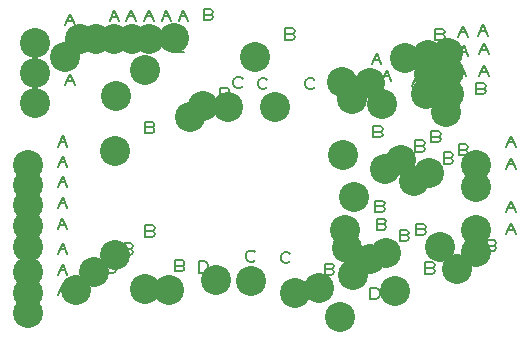
<source format=gbr>
%FSLAX35Y35*%
%MOIN*%
G04 EasyPC Gerber Version 18.0.8 Build 3632 *
%ADD11C,0.00500*%
%ADD99C,0.10000*%
X0Y0D02*
D02*
D11*
X14868Y32146D02*
X16430Y35896D01*
X17993Y32146*
X15493Y33709D02*
X17368D01*
X14993Y10181D02*
X16555Y13931D01*
X18118Y10181*
X15618Y11744D02*
X17493D01*
X14993Y17045D02*
X16555Y20795D01*
X18118Y17045*
X15618Y18608D02*
X17493D01*
X14993Y23909D02*
X16555Y27659D01*
X18118Y23909*
X15618Y25472D02*
X17493D01*
X14993Y39260D02*
X16555Y43010D01*
X18118Y39260*
X15618Y40823D02*
X17493D01*
X14993Y46374D02*
X16555Y50124D01*
X18118Y46374*
X15618Y47937D02*
X17493D01*
X14993Y52989D02*
X16555Y56739D01*
X18118Y52989*
X15618Y54551D02*
X17493D01*
X14993Y59728D02*
X16555Y63478D01*
X18118Y59728*
X15618Y61291D02*
X17493D01*
X17489Y80180D02*
X19051Y83930D01*
X20614Y80180*
X18114Y81743D02*
X19989D01*
X17489Y90180D02*
X19051Y93930D01*
X20614Y90180*
X18114Y91743D02*
X19989D01*
X17489Y100180D02*
X19051Y103930D01*
X20614Y100180*
X18114Y101743D02*
X19989D01*
X27223Y95422D02*
X28786Y99172D01*
X30348Y95422*
X27848Y96984D02*
X29723D01*
X33280Y19669D02*
X33905Y19357D01*
X34217Y18732*
X33905Y18107*
X33280Y17794*
X31092*
Y21544*
X33280*
X33905Y21232*
X34217Y20607*
X33905Y19982*
X33280Y19669*
X31092*
X32215Y101537D02*
X33778Y105287D01*
X35341Y101537*
X32841Y103100D02*
X34715D01*
X39145Y25660D02*
X39770Y25347D01*
X40083Y24722*
X39770Y24097*
X39145Y23785*
X36958*
Y27535*
X39145*
X39770Y27222*
X40083Y26597*
X39770Y25972*
X39145Y25660*
X36958*
X37831Y101662D02*
X39394Y105412D01*
X40957Y101662*
X38457Y103224D02*
X40331D01*
X43822Y101662D02*
X45385Y105412D01*
X46947Y101662*
X44447Y103224D02*
X46322D01*
X46230Y66221D02*
X46855Y65908D01*
X47168Y65283*
X46855Y64658*
X46230Y64346*
X44043*
Y68096*
X46230*
X46855Y67783*
X47168Y67158*
X46855Y66533*
X46230Y66221*
X44043*
X46283Y31595D02*
X46908Y31282D01*
X47221Y30657*
X46908Y30032*
X46283Y29720*
X44096*
Y33470*
X46283*
X46908Y33157*
X47221Y32532*
X46908Y31907*
X46283Y31595*
X44096*
X46509Y84317D02*
X47134Y84005D01*
X47446Y83380*
X47134Y82755*
X46509Y82442*
X44321*
Y86192*
X46509*
X47134Y85880*
X47446Y85255*
X47134Y84630*
X46509Y84317*
X44321*
X49563Y101662D02*
X51126Y105412D01*
X52688Y101662*
X50188Y103224D02*
X52063D01*
X56230Y20044D02*
X56855Y19731D01*
X57168Y19106*
X56855Y18481*
X56230Y18169*
X54043*
Y21919*
X56230*
X56855Y21606*
X57168Y20981*
X56855Y20356*
X56230Y20044*
X54043*
Y91303D02*
Y95053D01*
X57168*
X56543Y93178D02*
X54043D01*
Y91303D02*
X57168D01*
X55179Y101662D02*
X56742Y105412D01*
X58304Y101662*
X55804Y103224D02*
X57679D01*
X61907Y17794D02*
Y21544D01*
X63782*
X64407Y21232*
X64720Y20919*
X65032Y20294*
Y19044*
X64720Y18419*
X64407Y18107*
X63782Y17794*
X61907*
X65728Y103787D02*
X66354Y103474D01*
X66666Y102849*
X66354Y102224*
X65728Y101911*
X63541*
Y105661*
X65728*
X66354Y105349*
X66666Y104724*
X66354Y104099*
X65728Y103787*
X63541*
X71220Y77453D02*
X71845Y77141D01*
X72157Y76516*
X71845Y75891*
X71220Y75578*
X69032*
Y79328*
X71220*
X71845Y79016*
X72157Y78391*
X71845Y77766*
X71220Y77453*
X69032*
X76550Y79892D02*
X76237Y79579D01*
X75612Y79267*
X74674*
X74050Y79579*
X73737Y79892*
X73424Y80517*
Y81767*
X73737Y82392*
X74050Y82704*
X74674Y83017*
X75612*
X76237Y82704*
X76550Y82392*
X80793Y21983D02*
X80480Y21670D01*
X79855Y21358*
X78918*
X78293Y21670*
X77980Y21983*
X77668Y22608*
Y23858*
X77980Y24483*
X78293Y24796*
X78918Y25108*
X79855*
X80480Y24796*
X80793Y24483*
X84763Y79573D02*
X84450Y79260D01*
X83825Y78948*
X82887*
X82263Y79260*
X81950Y79573*
X81637Y80198*
Y81448*
X81950Y82073*
X82263Y82385*
X82887Y82698*
X83825*
X84450Y82385*
X84763Y82073*
X92400Y21484D02*
X92087Y21171D01*
X91462Y20859*
X90524*
X89900Y21171*
X89587Y21484*
X89274Y22109*
Y23359*
X89587Y23984*
X89900Y24296*
X90524Y24609*
X91462*
X92087Y24296*
X92400Y23984*
X92935Y97297D02*
X93561Y96984D01*
X93873Y96359*
X93561Y95734*
X92935Y95422*
X90748*
Y99172*
X92935*
X93561Y98859*
X93873Y98234*
X93561Y97609*
X92935Y97297*
X90748*
X100488Y79573D02*
X100175Y79260D01*
X99550Y78948*
X98613*
X97988Y79260*
X97675Y79573*
X97363Y80198*
Y81448*
X97675Y82073*
X97988Y82385*
X98613Y82698*
X99550*
X100175Y82385*
X100488Y82073*
X106165Y18920D02*
X106790Y18608D01*
X107102Y17983*
X106790Y17358*
X106165Y17045*
X103977*
Y20795*
X106165*
X106790Y20483*
X107102Y19858*
X106790Y19233*
X106165Y18920*
X103977*
X114027Y20293D02*
X114652Y19981D01*
X114965Y19356*
X114652Y18731*
X114027Y18418*
X111840*
Y22168*
X114027*
X114652Y21856*
X114965Y21231*
X114652Y20606*
X114027Y20293*
X111840*
X119078Y8933D02*
Y12683D01*
X120954*
X121578Y12371*
X121891Y12058*
X122204Y11433*
Y10183*
X121891Y9558*
X121578Y9246*
X120954Y8933*
X119078*
X119702Y87185D02*
X121265Y90935D01*
X122828Y87185*
X120328Y88747D02*
X122202D01*
X122264Y64723D02*
X122889Y64411D01*
X123202Y63786*
X122889Y63161*
X122264Y62848*
X120077*
Y66598*
X122264*
X122889Y66286*
X123202Y65661*
X122889Y65036*
X122264Y64723*
X120077*
X123013Y39887D02*
X123638Y39575D01*
X123951Y38950*
X123638Y38325*
X123013Y38012*
X120826*
Y41762*
X123013*
X123638Y41450*
X123951Y40825*
X123638Y40200*
X123013Y39887*
X120826*
X123512Y33897D02*
X124137Y33584D01*
X124450Y32959*
X124137Y32334*
X123512Y32022*
X121325*
Y35772*
X123512*
X124137Y35459*
X124450Y34834*
X124137Y34209*
X123512Y33897*
X121325*
X122947Y81693D02*
X124510Y85443D01*
X126072Y81693*
X123572Y83256D02*
X125447D01*
X123322Y23036D02*
X124884Y26786D01*
X126447Y23036*
X123947Y24598D02*
X125822D01*
X125759Y50926D02*
X126384Y50613D01*
X126696Y49989*
X126384Y49363*
X125759Y49051*
X123571*
Y52801*
X125759*
X126384Y52489*
X126696Y51863*
X126384Y51239*
X125759Y50926*
X123571*
X131125Y30153D02*
X131750Y29840D01*
X132063Y29215*
X131750Y28590*
X131125Y28278*
X128938*
Y32028*
X131125*
X131750Y31715*
X132063Y31090*
X131750Y30465*
X131125Y30153*
X128938*
Y86935D02*
X130500Y90685D01*
X132063Y86935*
X129563Y88498D02*
X131438D01*
X133056Y79946D02*
X134619Y83696D01*
X136181Y79946*
X133681Y81509D02*
X135556D01*
X136242Y59981D02*
X136867Y59668D01*
X137180Y59043*
X136867Y58418*
X136242Y58106*
X134055*
Y61856*
X136242*
X136867Y61543*
X137180Y60918*
X136867Y60293*
X136242Y59981*
X134055*
X136617Y32150D02*
X137242Y31837D01*
X137554Y31212*
X137242Y30587*
X136617Y30274*
X134429*
Y34024*
X136617*
X137242Y33712*
X137554Y33087*
X137242Y32462*
X136617Y32150*
X134429*
X139612Y19295D02*
X140237Y18982D01*
X140550Y18357*
X140237Y17732*
X139612Y17420*
X137424*
Y21170*
X139612*
X140237Y20857*
X140550Y20232*
X140237Y19607*
X139612Y19295*
X137424*
X141609Y63101D02*
X142234Y62788D01*
X142546Y62163*
X142234Y61538*
X141609Y61226*
X139421*
Y64976*
X141609*
X142234Y64663*
X142546Y64038*
X142234Y63413*
X141609Y63101*
X139421*
X142981Y97172D02*
X143607Y96859D01*
X143919Y96235*
X143607Y95609*
X142981Y95297*
X140794*
Y99047*
X142981*
X143607Y98735*
X143919Y98109*
X143607Y97485*
X142981Y97172*
X140794*
X145727Y55987D02*
X146352Y55674D01*
X146665Y55050*
X146352Y54424*
X145727Y54112*
X143540*
Y57862*
X145727*
X146352Y57550*
X146665Y56924*
X146352Y56300*
X145727Y55987*
X143540*
X147783Y83191D02*
X149346Y86941D01*
X150908Y83191*
X148408Y84754D02*
X150283D01*
X148407Y96295D02*
X149970Y100045D01*
X151532Y96295*
X149032Y97858D02*
X150907D01*
X150719Y58733D02*
X151344Y58420D01*
X151657Y57795*
X151344Y57170*
X150719Y56857*
X148532*
Y60607*
X150719*
X151344Y60295*
X151657Y59670*
X151344Y59045*
X150719Y58733*
X148532*
X148657Y89806D02*
X150219Y93556D01*
X151782Y89806*
X149282Y91368D02*
X151157D01*
X154588Y34195D02*
X155213Y33883D01*
X155526Y33258*
X155213Y32633*
X154588Y32320*
X152401*
Y36070*
X154588*
X155213Y35758*
X155526Y35133*
X155213Y34508*
X154588Y34195*
X152401*
X156585Y79076D02*
X157210Y78763D01*
X157523Y78138*
X157210Y77513*
X156585Y77200*
X154398*
Y80950*
X156585*
X157210Y80638*
X157523Y80013*
X157210Y79388*
X156585Y79076*
X154398*
X155146Y96794D02*
X156709Y100544D01*
X158272Y96794*
X155772Y98357D02*
X157646D01*
X155396Y83191D02*
X156959Y86941D01*
X158521Y83191*
X156021Y84754D02*
X157896D01*
X155396Y90554D02*
X156959Y94304D01*
X158521Y90554*
X156021Y92117D02*
X157896D01*
X160204Y26783D02*
X160830Y26470D01*
X161142Y25846*
X160830Y25220*
X160204Y24908*
X158017*
Y28658*
X160204*
X160830Y28346*
X161142Y27720*
X160830Y27096*
X160204Y26783*
X158017*
X164382Y30524D02*
X165944Y34274D01*
X167507Y30524*
X165007Y32087D02*
X166882D01*
X164382Y37887D02*
X165944Y41637D01*
X167507Y37887*
X165007Y39450D02*
X166882D01*
X164382Y52365D02*
X165944Y56115D01*
X167507Y52365*
X165007Y53927D02*
X166882D01*
X164382Y59603D02*
X165944Y63353D01*
X167507Y59603*
X165007Y61166D02*
X166882D01*
D02*
D99*
X4868Y26209D03*
X4993Y4244D03*
Y11108D03*
Y17972D03*
Y33323D03*
Y40437D03*
Y47051D03*
Y53791D03*
X7489Y74243D03*
Y84243D03*
Y94243D03*
X17223Y89484D03*
X21092Y11857D03*
X22215Y95600D03*
X26958Y17847D03*
X27831Y95724D03*
X33822D03*
X34043Y58408D03*
X34096Y23782D03*
X34321Y76505D03*
X39563Y95724D03*
X44043Y12231D03*
Y85366D03*
X45179Y95724D03*
X51907Y11857D03*
X53541Y95974D03*
X59032Y69641D03*
X63424Y73329D03*
X67668Y15420D03*
X71637Y73010D03*
X79274Y14921D03*
X80748Y89484D03*
X87363Y73010D03*
X93977Y11108D03*
X101840Y12481D03*
X109078Y2996D03*
X109702Y81247D03*
X110077Y56911D03*
X110826Y32075D03*
X111325Y26084D03*
X112947Y75756D03*
X113322Y17098D03*
X113571Y43113D03*
X118938Y22340D03*
Y80998D03*
X123056Y74009D03*
X124055Y52168D03*
X124429Y24337D03*
X127424Y11482D03*
X129421Y55288D03*
X130794Y89359D03*
X133540Y48174D03*
X137783Y77254D03*
X138407Y90358D03*
X138532Y50920D03*
X138657Y83868D03*
X142401Y26383D03*
X144398Y71263D03*
X145146Y90857D03*
X145396Y77254D03*
Y84617D03*
X148017Y18970D03*
X154382Y24587D03*
Y31950D03*
Y46427D03*
Y53666D03*
X0Y0D02*
M02*

</source>
